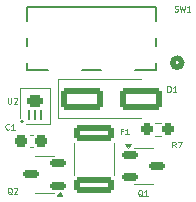
<source format=gto>
G04 #@! TF.GenerationSoftware,KiCad,Pcbnew,8.0.1*
G04 #@! TF.CreationDate,2025-04-04T09:34:18-04:00*
G04 #@! TF.ProjectId,LVC_Custom,4c56435f-4375-4737-946f-6d2e6b696361,rev?*
G04 #@! TF.SameCoordinates,Original*
G04 #@! TF.FileFunction,Legend,Top*
G04 #@! TF.FilePolarity,Positive*
%FSLAX46Y46*%
G04 Gerber Fmt 4.6, Leading zero omitted, Abs format (unit mm)*
G04 Created by KiCad (PCBNEW 8.0.1) date 2025-04-04 09:34:18*
%MOMM*%
%LPD*%
G01*
G04 APERTURE LIST*
G04 Aperture macros list*
%AMRoundRect*
0 Rectangle with rounded corners*
0 $1 Rounding radius*
0 $2 $3 $4 $5 $6 $7 $8 $9 X,Y pos of 4 corners*
0 Add a 4 corners polygon primitive as box body*
4,1,4,$2,$3,$4,$5,$6,$7,$8,$9,$2,$3,0*
0 Add four circle primitives for the rounded corners*
1,1,$1+$1,$2,$3*
1,1,$1+$1,$4,$5*
1,1,$1+$1,$6,$7*
1,1,$1+$1,$8,$9*
0 Add four rect primitives between the rounded corners*
20,1,$1+$1,$2,$3,$4,$5,0*
20,1,$1+$1,$4,$5,$6,$7,0*
20,1,$1+$1,$6,$7,$8,$9,0*
20,1,$1+$1,$8,$9,$2,$3,0*%
G04 Aperture macros list end*
%ADD10C,0.125000*%
%ADD11C,0.120000*%
%ADD12C,0.152400*%
%ADD13C,0.508000*%
%ADD14C,0.150000*%
%ADD15RoundRect,0.150000X-0.512500X-0.150000X0.512500X-0.150000X0.512500X0.150000X-0.512500X0.150000X0*%
%ADD16R,0.711200X1.498600*%
%ADD17R,0.990600X0.812800*%
%ADD18C,1.447800*%
%ADD19RoundRect,0.062500X0.062500X-0.325000X0.062500X0.325000X-0.062500X0.325000X-0.062500X-0.325000X0*%
%ADD20RoundRect,0.250000X0.400000X-0.250000X0.400000X0.250000X-0.400000X0.250000X-0.400000X-0.250000X0*%
%ADD21RoundRect,0.250000X-1.450000X0.400000X-1.450000X-0.400000X1.450000X-0.400000X1.450000X0.400000X0*%
%ADD22RoundRect,0.150000X0.512500X0.150000X-0.512500X0.150000X-0.512500X-0.150000X0.512500X-0.150000X0*%
%ADD23RoundRect,0.250000X-1.500000X-0.650000X1.500000X-0.650000X1.500000X0.650000X-1.500000X0.650000X0*%
%ADD24RoundRect,0.237500X0.250000X0.237500X-0.250000X0.237500X-0.250000X-0.237500X0.250000X-0.237500X0*%
%ADD25RoundRect,0.237500X-0.300000X-0.237500X0.300000X-0.237500X0.300000X0.237500X-0.300000X0.237500X0*%
%ADD26R,2.000000X0.900000*%
%ADD27RoundRect,1.025000X-1.025000X1.025000X-1.025000X-1.025000X1.025000X-1.025000X1.025000X1.025000X0*%
%ADD28C,4.100000*%
%ADD29RoundRect,1.025000X1.025000X-1.025000X1.025000X1.025000X-1.025000X1.025000X-1.025000X-1.025000X0*%
G04 APERTURE END LIST*
D10*
X147114880Y-122472428D02*
X147067261Y-122448619D01*
X147067261Y-122448619D02*
X147019642Y-122401000D01*
X147019642Y-122401000D02*
X146948214Y-122329571D01*
X146948214Y-122329571D02*
X146900595Y-122305761D01*
X146900595Y-122305761D02*
X146852976Y-122305761D01*
X146876785Y-122424809D02*
X146829166Y-122401000D01*
X146829166Y-122401000D02*
X146781547Y-122353380D01*
X146781547Y-122353380D02*
X146757738Y-122258142D01*
X146757738Y-122258142D02*
X146757738Y-122091476D01*
X146757738Y-122091476D02*
X146781547Y-121996238D01*
X146781547Y-121996238D02*
X146829166Y-121948619D01*
X146829166Y-121948619D02*
X146876785Y-121924809D01*
X146876785Y-121924809D02*
X146972023Y-121924809D01*
X146972023Y-121924809D02*
X147019642Y-121948619D01*
X147019642Y-121948619D02*
X147067261Y-121996238D01*
X147067261Y-121996238D02*
X147091071Y-122091476D01*
X147091071Y-122091476D02*
X147091071Y-122258142D01*
X147091071Y-122258142D02*
X147067261Y-122353380D01*
X147067261Y-122353380D02*
X147019642Y-122401000D01*
X147019642Y-122401000D02*
X146972023Y-122424809D01*
X146972023Y-122424809D02*
X146876785Y-122424809D01*
X147567262Y-122424809D02*
X147281548Y-122424809D01*
X147424405Y-122424809D02*
X147424405Y-121924809D01*
X147424405Y-121924809D02*
X147376786Y-121996238D01*
X147376786Y-121996238D02*
X147329167Y-122043857D01*
X147329167Y-122043857D02*
X147281548Y-122067666D01*
X149833334Y-106801000D02*
X149904762Y-106824809D01*
X149904762Y-106824809D02*
X150023810Y-106824809D01*
X150023810Y-106824809D02*
X150071429Y-106801000D01*
X150071429Y-106801000D02*
X150095238Y-106777190D01*
X150095238Y-106777190D02*
X150119048Y-106729571D01*
X150119048Y-106729571D02*
X150119048Y-106681952D01*
X150119048Y-106681952D02*
X150095238Y-106634333D01*
X150095238Y-106634333D02*
X150071429Y-106610523D01*
X150071429Y-106610523D02*
X150023810Y-106586714D01*
X150023810Y-106586714D02*
X149928572Y-106562904D01*
X149928572Y-106562904D02*
X149880953Y-106539095D01*
X149880953Y-106539095D02*
X149857143Y-106515285D01*
X149857143Y-106515285D02*
X149833334Y-106467666D01*
X149833334Y-106467666D02*
X149833334Y-106420047D01*
X149833334Y-106420047D02*
X149857143Y-106372428D01*
X149857143Y-106372428D02*
X149880953Y-106348619D01*
X149880953Y-106348619D02*
X149928572Y-106324809D01*
X149928572Y-106324809D02*
X150047619Y-106324809D01*
X150047619Y-106324809D02*
X150119048Y-106348619D01*
X150285714Y-106324809D02*
X150404762Y-106824809D01*
X150404762Y-106824809D02*
X150500000Y-106467666D01*
X150500000Y-106467666D02*
X150595238Y-106824809D01*
X150595238Y-106824809D02*
X150714286Y-106324809D01*
X151166667Y-106824809D02*
X150880953Y-106824809D01*
X151023810Y-106824809D02*
X151023810Y-106324809D01*
X151023810Y-106324809D02*
X150976191Y-106396238D01*
X150976191Y-106396238D02*
X150928572Y-106443857D01*
X150928572Y-106443857D02*
X150880953Y-106467666D01*
X135719047Y-114124809D02*
X135719047Y-114529571D01*
X135719047Y-114529571D02*
X135742857Y-114577190D01*
X135742857Y-114577190D02*
X135766666Y-114601000D01*
X135766666Y-114601000D02*
X135814285Y-114624809D01*
X135814285Y-114624809D02*
X135909523Y-114624809D01*
X135909523Y-114624809D02*
X135957142Y-114601000D01*
X135957142Y-114601000D02*
X135980952Y-114577190D01*
X135980952Y-114577190D02*
X136004761Y-114529571D01*
X136004761Y-114529571D02*
X136004761Y-114124809D01*
X136219048Y-114172428D02*
X136242857Y-114148619D01*
X136242857Y-114148619D02*
X136290476Y-114124809D01*
X136290476Y-114124809D02*
X136409524Y-114124809D01*
X136409524Y-114124809D02*
X136457143Y-114148619D01*
X136457143Y-114148619D02*
X136480952Y-114172428D01*
X136480952Y-114172428D02*
X136504762Y-114220047D01*
X136504762Y-114220047D02*
X136504762Y-114267666D01*
X136504762Y-114267666D02*
X136480952Y-114339095D01*
X136480952Y-114339095D02*
X136195238Y-114624809D01*
X136195238Y-114624809D02*
X136504762Y-114624809D01*
X145433334Y-116962904D02*
X145266667Y-116962904D01*
X145266667Y-117224809D02*
X145266667Y-116724809D01*
X145266667Y-116724809D02*
X145504762Y-116724809D01*
X145957143Y-117224809D02*
X145671429Y-117224809D01*
X145814286Y-117224809D02*
X145814286Y-116724809D01*
X145814286Y-116724809D02*
X145766667Y-116796238D01*
X145766667Y-116796238D02*
X145719048Y-116843857D01*
X145719048Y-116843857D02*
X145671429Y-116867666D01*
X136052380Y-122272428D02*
X136004761Y-122248619D01*
X136004761Y-122248619D02*
X135957142Y-122201000D01*
X135957142Y-122201000D02*
X135885714Y-122129571D01*
X135885714Y-122129571D02*
X135838095Y-122105761D01*
X135838095Y-122105761D02*
X135790476Y-122105761D01*
X135814285Y-122224809D02*
X135766666Y-122201000D01*
X135766666Y-122201000D02*
X135719047Y-122153380D01*
X135719047Y-122153380D02*
X135695238Y-122058142D01*
X135695238Y-122058142D02*
X135695238Y-121891476D01*
X135695238Y-121891476D02*
X135719047Y-121796238D01*
X135719047Y-121796238D02*
X135766666Y-121748619D01*
X135766666Y-121748619D02*
X135814285Y-121724809D01*
X135814285Y-121724809D02*
X135909523Y-121724809D01*
X135909523Y-121724809D02*
X135957142Y-121748619D01*
X135957142Y-121748619D02*
X136004761Y-121796238D01*
X136004761Y-121796238D02*
X136028571Y-121891476D01*
X136028571Y-121891476D02*
X136028571Y-122058142D01*
X136028571Y-122058142D02*
X136004761Y-122153380D01*
X136004761Y-122153380D02*
X135957142Y-122201000D01*
X135957142Y-122201000D02*
X135909523Y-122224809D01*
X135909523Y-122224809D02*
X135814285Y-122224809D01*
X136219048Y-121772428D02*
X136242857Y-121748619D01*
X136242857Y-121748619D02*
X136290476Y-121724809D01*
X136290476Y-121724809D02*
X136409524Y-121724809D01*
X136409524Y-121724809D02*
X136457143Y-121748619D01*
X136457143Y-121748619D02*
X136480952Y-121772428D01*
X136480952Y-121772428D02*
X136504762Y-121820047D01*
X136504762Y-121820047D02*
X136504762Y-121867666D01*
X136504762Y-121867666D02*
X136480952Y-121939095D01*
X136480952Y-121939095D02*
X136195238Y-122224809D01*
X136195238Y-122224809D02*
X136504762Y-122224809D01*
X149230952Y-113624809D02*
X149230952Y-113124809D01*
X149230952Y-113124809D02*
X149350000Y-113124809D01*
X149350000Y-113124809D02*
X149421428Y-113148619D01*
X149421428Y-113148619D02*
X149469047Y-113196238D01*
X149469047Y-113196238D02*
X149492857Y-113243857D01*
X149492857Y-113243857D02*
X149516666Y-113339095D01*
X149516666Y-113339095D02*
X149516666Y-113410523D01*
X149516666Y-113410523D02*
X149492857Y-113505761D01*
X149492857Y-113505761D02*
X149469047Y-113553380D01*
X149469047Y-113553380D02*
X149421428Y-113601000D01*
X149421428Y-113601000D02*
X149350000Y-113624809D01*
X149350000Y-113624809D02*
X149230952Y-113624809D01*
X149992857Y-113624809D02*
X149707143Y-113624809D01*
X149850000Y-113624809D02*
X149850000Y-113124809D01*
X149850000Y-113124809D02*
X149802381Y-113196238D01*
X149802381Y-113196238D02*
X149754762Y-113243857D01*
X149754762Y-113243857D02*
X149707143Y-113267666D01*
X149916666Y-118324809D02*
X149750000Y-118086714D01*
X149630952Y-118324809D02*
X149630952Y-117824809D01*
X149630952Y-117824809D02*
X149821428Y-117824809D01*
X149821428Y-117824809D02*
X149869047Y-117848619D01*
X149869047Y-117848619D02*
X149892857Y-117872428D01*
X149892857Y-117872428D02*
X149916666Y-117920047D01*
X149916666Y-117920047D02*
X149916666Y-117991476D01*
X149916666Y-117991476D02*
X149892857Y-118039095D01*
X149892857Y-118039095D02*
X149869047Y-118062904D01*
X149869047Y-118062904D02*
X149821428Y-118086714D01*
X149821428Y-118086714D02*
X149630952Y-118086714D01*
X150083333Y-117824809D02*
X150416666Y-117824809D01*
X150416666Y-117824809D02*
X150202381Y-118324809D01*
X135816666Y-116777190D02*
X135792857Y-116801000D01*
X135792857Y-116801000D02*
X135721428Y-116824809D01*
X135721428Y-116824809D02*
X135673809Y-116824809D01*
X135673809Y-116824809D02*
X135602381Y-116801000D01*
X135602381Y-116801000D02*
X135554762Y-116753380D01*
X135554762Y-116753380D02*
X135530952Y-116705761D01*
X135530952Y-116705761D02*
X135507143Y-116610523D01*
X135507143Y-116610523D02*
X135507143Y-116539095D01*
X135507143Y-116539095D02*
X135530952Y-116443857D01*
X135530952Y-116443857D02*
X135554762Y-116396238D01*
X135554762Y-116396238D02*
X135602381Y-116348619D01*
X135602381Y-116348619D02*
X135673809Y-116324809D01*
X135673809Y-116324809D02*
X135721428Y-116324809D01*
X135721428Y-116324809D02*
X135792857Y-116348619D01*
X135792857Y-116348619D02*
X135816666Y-116372428D01*
X136292857Y-116824809D02*
X136007143Y-116824809D01*
X136150000Y-116824809D02*
X136150000Y-116324809D01*
X136150000Y-116324809D02*
X136102381Y-116396238D01*
X136102381Y-116396238D02*
X136054762Y-116443857D01*
X136054762Y-116443857D02*
X136007143Y-116467666D01*
D11*
X147162500Y-118340000D02*
X146362500Y-118340000D01*
X147162500Y-118340000D02*
X147962500Y-118340000D01*
X147162500Y-121460000D02*
X146362500Y-121460000D01*
X147162500Y-121460000D02*
X147962500Y-121460000D01*
X145862500Y-118390000D02*
X145622500Y-118060000D01*
X146102500Y-118060000D01*
X145862500Y-118390000D01*
G36*
X145862500Y-118390000D02*
G01*
X145622500Y-118060000D01*
X146102500Y-118060000D01*
X145862500Y-118390000D01*
G37*
D12*
X137326300Y-106471099D02*
X137326300Y-107612760D01*
X137326300Y-109091040D02*
X137326300Y-109712759D01*
X137326300Y-111191039D02*
X137326300Y-111728900D01*
X137326300Y-111728900D02*
X139111661Y-111728900D01*
X141988340Y-111728900D02*
X143611660Y-111728900D01*
X146488339Y-111728900D02*
X148273700Y-111728900D01*
X148273700Y-106471099D02*
X137326300Y-106471099D01*
X148273700Y-107612760D02*
X148273700Y-106471099D01*
X148273700Y-109712759D02*
X148273700Y-109091040D01*
X148273700Y-111728900D02*
X148273700Y-111191039D01*
D13*
X150432700Y-111151900D02*
G75*
G02*
X149670700Y-111151900I-381000J0D01*
G01*
X149670700Y-111151900D02*
G75*
G02*
X150432700Y-111151900I381000J0D01*
G01*
D11*
X136725000Y-113321400D02*
X139325000Y-113321400D01*
X136725000Y-115821400D02*
X136725000Y-113321400D01*
X139325000Y-113321400D02*
X139325000Y-116321400D01*
X139325000Y-116321400D02*
X137225000Y-116321400D01*
D14*
X136988500Y-116121400D02*
G75*
G02*
X136861500Y-116121400I-63500J0D01*
G01*
X136861500Y-116121400D02*
G75*
G02*
X136988500Y-116121400I63500J0D01*
G01*
D11*
X141290000Y-117913748D02*
X141290000Y-120686252D01*
X144710000Y-117913748D02*
X144710000Y-120686252D01*
X138800000Y-119040000D02*
X138000000Y-119040000D01*
X138800000Y-119040000D02*
X139600000Y-119040000D01*
X138800000Y-122160000D02*
X138000000Y-122160000D01*
X138800000Y-122160000D02*
X139600000Y-122160000D01*
X140340000Y-122440000D02*
X139860000Y-122440000D01*
X140100000Y-122110000D01*
X140340000Y-122440000D01*
G36*
X140340000Y-122440000D02*
G01*
X139860000Y-122440000D01*
X140100000Y-122110000D01*
X140340000Y-122440000D01*
G37*
X139990000Y-112550000D02*
X139990000Y-115850000D01*
X139990000Y-112550000D02*
X147000000Y-112550000D01*
X139990000Y-115850000D02*
X147000000Y-115850000D01*
X148642224Y-116277500D02*
X148132776Y-116277500D01*
X148642224Y-117322500D02*
X148132776Y-117322500D01*
X137553733Y-117240000D02*
X137846267Y-117240000D01*
X137553733Y-118260000D02*
X137846267Y-118260000D01*
%LPC*%
D15*
X146025000Y-118950000D03*
X146025000Y-120850000D03*
X148300000Y-119900000D03*
D16*
X145799999Y-111151900D03*
X144300000Y-111151900D03*
X141300000Y-111151900D03*
X139800001Y-111151900D03*
D17*
X148699998Y-110451899D03*
X136900002Y-110451899D03*
X148699998Y-108351900D03*
X136900002Y-108351900D03*
D18*
X145300000Y-109401840D03*
X140300000Y-109401840D03*
D19*
X137525000Y-115583900D03*
X138025000Y-115583900D03*
X138525000Y-115583900D03*
D20*
X138025000Y-114421400D03*
D21*
X143000000Y-117075000D03*
X143000000Y-121525000D03*
D22*
X139937500Y-121550000D03*
X139937500Y-119650000D03*
X137662500Y-120600000D03*
D23*
X142000000Y-114200000D03*
X147000000Y-114200000D03*
D24*
X149300000Y-116800000D03*
X147475000Y-116800000D03*
D25*
X136837500Y-117750000D03*
X138562500Y-117750000D03*
D26*
X126650000Y-107250000D03*
X126650000Y-120750000D03*
D27*
X132650000Y-117600000D03*
D28*
X132650000Y-110400000D03*
D26*
X159850000Y-120750000D03*
X159850000Y-107250000D03*
D29*
X153850000Y-117600000D03*
D28*
X153850000Y-110400000D03*
%LPD*%
M02*

</source>
